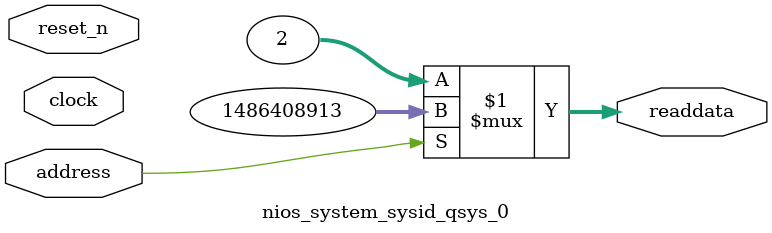
<source format=v>



// synthesis translate_off
`timescale 1ns / 1ps
// synthesis translate_on

// turn off superfluous verilog processor warnings 
// altera message_level Level1 
// altera message_off 10034 10035 10036 10037 10230 10240 10030 

module nios_system_sysid_qsys_0 (
               // inputs:
                address,
                clock,
                reset_n,

               // outputs:
                readdata
             )
;

  output  [ 31: 0] readdata;
  input            address;
  input            clock;
  input            reset_n;

  wire    [ 31: 0] readdata;
  //control_slave, which is an e_avalon_slave
  assign readdata = address ? 1486408913 : 2;

endmodule




</source>
